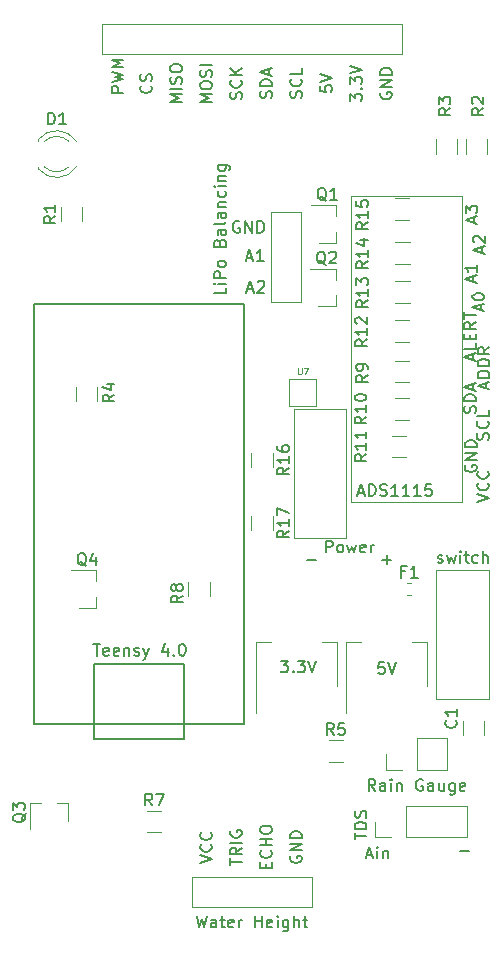
<source format=gbr>
%TF.GenerationSoftware,KiCad,Pcbnew,(5.1.6)-1*%
%TF.CreationDate,2021-01-10T13:28:57-05:00*%
%TF.ProjectId,main_board,6d61696e-5f62-46f6-9172-642e6b696361,rev?*%
%TF.SameCoordinates,Original*%
%TF.FileFunction,Legend,Top*%
%TF.FilePolarity,Positive*%
%FSLAX46Y46*%
G04 Gerber Fmt 4.6, Leading zero omitted, Abs format (unit mm)*
G04 Created by KiCad (PCBNEW (5.1.6)-1) date 2021-01-10 13:28:57*
%MOMM*%
%LPD*%
G01*
G04 APERTURE LIST*
%ADD10C,0.150000*%
%ADD11C,0.120000*%
%ADD12C,0.075000*%
G04 APERTURE END LIST*
D10*
X167219428Y-143168666D02*
X167695619Y-143168666D01*
X167124190Y-143454380D02*
X167457523Y-142454380D01*
X167790857Y-143454380D01*
X168124190Y-143454380D02*
X168124190Y-142787714D01*
X168124190Y-142454380D02*
X168076571Y-142502000D01*
X168124190Y-142549619D01*
X168171809Y-142502000D01*
X168124190Y-142454380D01*
X168124190Y-142549619D01*
X168600380Y-142787714D02*
X168600380Y-143454380D01*
X168600380Y-142882952D02*
X168648000Y-142835333D01*
X168743238Y-142787714D01*
X168886095Y-142787714D01*
X168981333Y-142835333D01*
X169028952Y-142930571D01*
X169028952Y-143454380D01*
X175894952Y-142819428D02*
X175133047Y-142819428D01*
D11*
%TO.C,LiPo Balancing*%
X159105600Y-88747600D02*
X159105600Y-96316800D01*
X161645600Y-96327600D02*
X159105600Y-96329500D01*
X161645600Y-88747600D02*
X161645600Y-96327600D01*
X161645600Y-88747600D02*
X159105600Y-88747600D01*
D10*
%TO.C,Teensy 4.0*%
X151765000Y-133350000D02*
X144145000Y-133350000D01*
X151765000Y-127000000D02*
X151765000Y-132080000D01*
X144145000Y-133350000D02*
X144145000Y-132080000D01*
X151765000Y-132080000D02*
X151765000Y-133350000D01*
X144145000Y-127000000D02*
X144145000Y-132080000D01*
X156845000Y-96520000D02*
X156845000Y-132080000D01*
X151765000Y-127000000D02*
X144145000Y-127000000D01*
X139065000Y-132080000D02*
X139065000Y-96520000D01*
X139065000Y-96520000D02*
X156845000Y-96520000D01*
X156845000Y-132080000D02*
X139065000Y-132080000D01*
D11*
%TO.C,Rain Gauge*%
X168850000Y-135950000D02*
X168850000Y-134620000D01*
X170180000Y-135950000D02*
X168850000Y-135950000D01*
X171450000Y-135950000D02*
X171450000Y-133290000D01*
X171450000Y-133290000D02*
X174050000Y-133290000D01*
X171450000Y-135950000D02*
X174050000Y-135950000D01*
X174050000Y-135950000D02*
X174050000Y-133290000D01*
%TO.C,ADS1115*%
X175260000Y-100330000D02*
X175260000Y-87376000D01*
X175260000Y-87376000D02*
X165862000Y-87376000D01*
X165862000Y-87376000D02*
X165862000Y-113284000D01*
X165862000Y-113284000D02*
X175260000Y-113284000D01*
X175260000Y-113284000D02*
X175260000Y-100330000D01*
%TO.C,C1*%
X175366000Y-131836536D02*
X175366000Y-133040664D01*
X177186000Y-131836536D02*
X177186000Y-133040664D01*
%TO.C,D1*%
X139410000Y-84900000D02*
X139410000Y-85056000D01*
X139410000Y-82584000D02*
X139410000Y-82740000D01*
X142642335Y-82741392D02*
G75*
G03*
X139410000Y-82584484I-1672335J-1078608D01*
G01*
X142642335Y-84898608D02*
G75*
G02*
X139410000Y-85055516I-1672335J1078608D01*
G01*
X142011130Y-82740163D02*
G75*
G03*
X139929039Y-82740000I-1041130J-1079837D01*
G01*
X142011130Y-84899837D02*
G75*
G02*
X139929039Y-84900000I-1041130J1079837D01*
G01*
%TO.C,F1*%
X170643733Y-121160000D02*
X170986267Y-121160000D01*
X170643733Y-120140000D02*
X170986267Y-120140000D01*
%TO.C,R1*%
X141330000Y-89502064D02*
X141330000Y-88297936D01*
X143150000Y-89502064D02*
X143150000Y-88297936D01*
%TO.C,R2*%
X175620000Y-83787064D02*
X175620000Y-82582936D01*
X177440000Y-83787064D02*
X177440000Y-82582936D01*
%TO.C,R3*%
X174900000Y-83787064D02*
X174900000Y-82582936D01*
X173080000Y-83787064D02*
X173080000Y-82582936D01*
%TO.C,R4*%
X144420000Y-104742064D02*
X144420000Y-103537936D01*
X142600000Y-104742064D02*
X142600000Y-103537936D01*
%TO.C,R5*%
X163989936Y-133456000D02*
X165194064Y-133456000D01*
X163989936Y-135276000D02*
X165194064Y-135276000D01*
%TO.C,R7*%
X148622936Y-139425000D02*
X149827064Y-139425000D01*
X148622936Y-141245000D02*
X149827064Y-141245000D01*
%TO.C,R8*%
X153945000Y-121252064D02*
X153945000Y-120047936D01*
X152125000Y-121252064D02*
X152125000Y-120047936D01*
%TO.C,switch*%
X173101000Y-129921000D02*
X177546000Y-129921000D01*
X173101000Y-118999000D02*
X177546000Y-118999000D01*
X177546000Y-129921000D02*
X177546000Y-118999000D01*
X173101000Y-129921000D02*
X173101000Y-118999000D01*
%TO.C,TDS*%
X167961000Y-141665000D02*
X167961000Y-140335000D01*
X169291000Y-141665000D02*
X167961000Y-141665000D01*
X170561000Y-141665000D02*
X170561000Y-139005000D01*
X170561000Y-139005000D02*
X175701000Y-139005000D01*
X170561000Y-141665000D02*
X175701000Y-141665000D01*
X175701000Y-141665000D02*
X175701000Y-139005000D01*
%TO.C,top_rail1*%
X144780000Y-75311000D02*
X147320000Y-75311000D01*
X144780000Y-72771000D02*
X144780000Y-75311000D01*
X147320000Y-72771000D02*
X144780000Y-72771000D01*
X147320000Y-75311000D02*
X170180000Y-75311000D01*
X170180000Y-75311000D02*
X170180000Y-72771000D01*
X170180000Y-72771000D02*
X147320000Y-72771000D01*
%TO.C,5V*%
X172320000Y-125090000D02*
X171060000Y-125090000D01*
X165500000Y-125090000D02*
X166760000Y-125090000D01*
X172320000Y-128850000D02*
X172320000Y-125090000D01*
X165500000Y-131100000D02*
X165500000Y-125090000D01*
%TO.C,3.3V*%
X164700000Y-125090000D02*
X163440000Y-125090000D01*
X157880000Y-125090000D02*
X159140000Y-125090000D01*
X164700000Y-128850000D02*
X164700000Y-125090000D01*
X157880000Y-131100000D02*
X157880000Y-125090000D01*
%TO.C,Water Height*%
X162560000Y-145034000D02*
X162560000Y-147574000D01*
X152400000Y-147574000D02*
X152400000Y-145034000D01*
X152400000Y-145034000D02*
X158750000Y-145034000D01*
X158750000Y-145034000D02*
X162560000Y-145034000D01*
X152400000Y-147574000D02*
X162560000Y-147574000D01*
%TO.C,R9*%
X170782064Y-101325000D02*
X169577936Y-101325000D01*
X170782064Y-103145000D02*
X169577936Y-103145000D01*
%TO.C,R10*%
X169577936Y-104500000D02*
X170782064Y-104500000D01*
X169577936Y-106320000D02*
X170782064Y-106320000D01*
%TO.C,R11*%
X169360436Y-109495000D02*
X170564564Y-109495000D01*
X169360436Y-107675000D02*
X170564564Y-107675000D01*
%TO.C,U7*%
X160925000Y-102870000D02*
X160675000Y-102870000D01*
X160675000Y-105120000D02*
X160925000Y-105120000D01*
X160675000Y-102870000D02*
X160675000Y-105120000D01*
X160925000Y-102870000D02*
X161925000Y-102870000D01*
X162925000Y-105120000D02*
X160925000Y-105120000D01*
X162925000Y-102870000D02*
X162925000Y-105120000D01*
X161925000Y-102870000D02*
X162925000Y-102870000D01*
%TO.C,R16*%
X157459000Y-109125936D02*
X157459000Y-110330064D01*
X159279000Y-109125936D02*
X159279000Y-110330064D01*
%TO.C,R17*%
X159279000Y-114459936D02*
X159279000Y-115664064D01*
X157459000Y-114459936D02*
X157459000Y-115664064D01*
%TO.C,switch2*%
X161036000Y-116332000D02*
X165481000Y-116332000D01*
X161036000Y-105410000D02*
X165481000Y-105410000D01*
X165481000Y-116332000D02*
X165481000Y-105410000D01*
X161036000Y-116332000D02*
X161036000Y-105410000D01*
%TO.C,Q1*%
X164653500Y-91305500D02*
X164653500Y-90375500D01*
X164653500Y-88145500D02*
X164653500Y-89075500D01*
X164653500Y-88145500D02*
X162493500Y-88145500D01*
X164653500Y-91305500D02*
X163193500Y-91305500D01*
%TO.C,Q2*%
X164590000Y-96703000D02*
X163130000Y-96703000D01*
X164590000Y-93543000D02*
X162430000Y-93543000D01*
X164590000Y-93543000D02*
X164590000Y-94473000D01*
X164590000Y-96703000D02*
X164590000Y-95773000D01*
%TO.C,R12*%
X169577936Y-99716000D02*
X170782064Y-99716000D01*
X169577936Y-97896000D02*
X170782064Y-97896000D01*
%TO.C,R13*%
X169641436Y-94594000D02*
X170845564Y-94594000D01*
X169641436Y-96414000D02*
X170845564Y-96414000D01*
%TO.C,R14*%
X170845564Y-93112000D02*
X169641436Y-93112000D01*
X170845564Y-91292000D02*
X169641436Y-91292000D01*
%TO.C,R15*%
X170782064Y-87545500D02*
X169577936Y-87545500D01*
X170782064Y-89365500D02*
X169577936Y-89365500D01*
%TO.C,Q3*%
X141889600Y-138787600D02*
X140959600Y-138787600D01*
X138729600Y-138787600D02*
X139659600Y-138787600D01*
X138729600Y-138787600D02*
X138729600Y-140947600D01*
X141889600Y-138787600D02*
X141889600Y-140247600D01*
%TO.C,Q4*%
X144320800Y-122230000D02*
X142860800Y-122230000D01*
X144320800Y-119070000D02*
X142160800Y-119070000D01*
X144320800Y-119070000D02*
X144320800Y-120000000D01*
X144320800Y-122230000D02*
X144320800Y-121300000D01*
%TO.C,LiPo Balancing*%
D10*
X155290780Y-95122380D02*
X155290780Y-95598571D01*
X154290780Y-95598571D01*
X155290780Y-94789047D02*
X154624114Y-94789047D01*
X154290780Y-94789047D02*
X154338400Y-94836666D01*
X154386019Y-94789047D01*
X154338400Y-94741428D01*
X154290780Y-94789047D01*
X154386019Y-94789047D01*
X155290780Y-94312857D02*
X154290780Y-94312857D01*
X154290780Y-93931904D01*
X154338400Y-93836666D01*
X154386019Y-93789047D01*
X154481257Y-93741428D01*
X154624114Y-93741428D01*
X154719352Y-93789047D01*
X154766971Y-93836666D01*
X154814590Y-93931904D01*
X154814590Y-94312857D01*
X155290780Y-93170000D02*
X155243161Y-93265238D01*
X155195542Y-93312857D01*
X155100304Y-93360476D01*
X154814590Y-93360476D01*
X154719352Y-93312857D01*
X154671733Y-93265238D01*
X154624114Y-93170000D01*
X154624114Y-93027142D01*
X154671733Y-92931904D01*
X154719352Y-92884285D01*
X154814590Y-92836666D01*
X155100304Y-92836666D01*
X155195542Y-92884285D01*
X155243161Y-92931904D01*
X155290780Y-93027142D01*
X155290780Y-93170000D01*
X154766971Y-91312857D02*
X154814590Y-91170000D01*
X154862209Y-91122380D01*
X154957447Y-91074761D01*
X155100304Y-91074761D01*
X155195542Y-91122380D01*
X155243161Y-91170000D01*
X155290780Y-91265238D01*
X155290780Y-91646190D01*
X154290780Y-91646190D01*
X154290780Y-91312857D01*
X154338400Y-91217619D01*
X154386019Y-91170000D01*
X154481257Y-91122380D01*
X154576495Y-91122380D01*
X154671733Y-91170000D01*
X154719352Y-91217619D01*
X154766971Y-91312857D01*
X154766971Y-91646190D01*
X155290780Y-90217619D02*
X154766971Y-90217619D01*
X154671733Y-90265238D01*
X154624114Y-90360476D01*
X154624114Y-90550952D01*
X154671733Y-90646190D01*
X155243161Y-90217619D02*
X155290780Y-90312857D01*
X155290780Y-90550952D01*
X155243161Y-90646190D01*
X155147923Y-90693809D01*
X155052685Y-90693809D01*
X154957447Y-90646190D01*
X154909828Y-90550952D01*
X154909828Y-90312857D01*
X154862209Y-90217619D01*
X155290780Y-89598571D02*
X155243161Y-89693809D01*
X155147923Y-89741428D01*
X154290780Y-89741428D01*
X155290780Y-88789047D02*
X154766971Y-88789047D01*
X154671733Y-88836666D01*
X154624114Y-88931904D01*
X154624114Y-89122380D01*
X154671733Y-89217619D01*
X155243161Y-88789047D02*
X155290780Y-88884285D01*
X155290780Y-89122380D01*
X155243161Y-89217619D01*
X155147923Y-89265238D01*
X155052685Y-89265238D01*
X154957447Y-89217619D01*
X154909828Y-89122380D01*
X154909828Y-88884285D01*
X154862209Y-88789047D01*
X154624114Y-88312857D02*
X155290780Y-88312857D01*
X154719352Y-88312857D02*
X154671733Y-88265238D01*
X154624114Y-88170000D01*
X154624114Y-88027142D01*
X154671733Y-87931904D01*
X154766971Y-87884285D01*
X155290780Y-87884285D01*
X155243161Y-86979523D02*
X155290780Y-87074761D01*
X155290780Y-87265238D01*
X155243161Y-87360476D01*
X155195542Y-87408095D01*
X155100304Y-87455714D01*
X154814590Y-87455714D01*
X154719352Y-87408095D01*
X154671733Y-87360476D01*
X154624114Y-87265238D01*
X154624114Y-87074761D01*
X154671733Y-86979523D01*
X155290780Y-86550952D02*
X154624114Y-86550952D01*
X154290780Y-86550952D02*
X154338400Y-86598571D01*
X154386019Y-86550952D01*
X154338400Y-86503333D01*
X154290780Y-86550952D01*
X154386019Y-86550952D01*
X154624114Y-86074761D02*
X155290780Y-86074761D01*
X154719352Y-86074761D02*
X154671733Y-86027142D01*
X154624114Y-85931904D01*
X154624114Y-85789047D01*
X154671733Y-85693809D01*
X154766971Y-85646190D01*
X155290780Y-85646190D01*
X154624114Y-84741428D02*
X155433638Y-84741428D01*
X155528876Y-84789047D01*
X155576495Y-84836666D01*
X155624114Y-84931904D01*
X155624114Y-85074761D01*
X155576495Y-85170000D01*
X155243161Y-84741428D02*
X155290780Y-84836666D01*
X155290780Y-85027142D01*
X155243161Y-85122380D01*
X155195542Y-85170000D01*
X155100304Y-85217619D01*
X154814590Y-85217619D01*
X154719352Y-85170000D01*
X154671733Y-85122380D01*
X154624114Y-85027142D01*
X154624114Y-84836666D01*
X154671733Y-84741428D01*
X157121314Y-95264266D02*
X157597504Y-95264266D01*
X157026076Y-95549980D02*
X157359409Y-94549980D01*
X157692742Y-95549980D01*
X157978457Y-94645219D02*
X158026076Y-94597600D01*
X158121314Y-94549980D01*
X158359409Y-94549980D01*
X158454647Y-94597600D01*
X158502266Y-94645219D01*
X158549885Y-94740457D01*
X158549885Y-94835695D01*
X158502266Y-94978552D01*
X157930838Y-95549980D01*
X158549885Y-95549980D01*
X157057814Y-92597266D02*
X157534004Y-92597266D01*
X156962576Y-92882980D02*
X157295909Y-91882980D01*
X157629242Y-92882980D01*
X158486385Y-92882980D02*
X157914957Y-92882980D01*
X158200671Y-92882980D02*
X158200671Y-91882980D01*
X158105433Y-92025838D01*
X158010195Y-92121076D01*
X157914957Y-92168695D01*
X156438695Y-89517600D02*
X156343457Y-89469980D01*
X156200600Y-89469980D01*
X156057742Y-89517600D01*
X155962504Y-89612838D01*
X155914885Y-89708076D01*
X155867266Y-89898552D01*
X155867266Y-90041409D01*
X155914885Y-90231885D01*
X155962504Y-90327123D01*
X156057742Y-90422361D01*
X156200600Y-90469980D01*
X156295838Y-90469980D01*
X156438695Y-90422361D01*
X156486314Y-90374742D01*
X156486314Y-90041409D01*
X156295838Y-90041409D01*
X156914885Y-90469980D02*
X156914885Y-89469980D01*
X157486314Y-90469980D01*
X157486314Y-89469980D01*
X157962504Y-90469980D02*
X157962504Y-89469980D01*
X158200600Y-89469980D01*
X158343457Y-89517600D01*
X158438695Y-89612838D01*
X158486314Y-89708076D01*
X158533933Y-89898552D01*
X158533933Y-90041409D01*
X158486314Y-90231885D01*
X158438695Y-90327123D01*
X158343457Y-90422361D01*
X158200600Y-90469980D01*
X157962504Y-90469980D01*
%TO.C,Teensy 4.0*%
X144078819Y-125283980D02*
X144650247Y-125283980D01*
X144364533Y-126283980D02*
X144364533Y-125283980D01*
X145364533Y-126236361D02*
X145269295Y-126283980D01*
X145078819Y-126283980D01*
X144983580Y-126236361D01*
X144935961Y-126141123D01*
X144935961Y-125760171D01*
X144983580Y-125664933D01*
X145078819Y-125617314D01*
X145269295Y-125617314D01*
X145364533Y-125664933D01*
X145412152Y-125760171D01*
X145412152Y-125855409D01*
X144935961Y-125950647D01*
X146221676Y-126236361D02*
X146126438Y-126283980D01*
X145935961Y-126283980D01*
X145840723Y-126236361D01*
X145793104Y-126141123D01*
X145793104Y-125760171D01*
X145840723Y-125664933D01*
X145935961Y-125617314D01*
X146126438Y-125617314D01*
X146221676Y-125664933D01*
X146269295Y-125760171D01*
X146269295Y-125855409D01*
X145793104Y-125950647D01*
X146697866Y-125617314D02*
X146697866Y-126283980D01*
X146697866Y-125712552D02*
X146745485Y-125664933D01*
X146840723Y-125617314D01*
X146983580Y-125617314D01*
X147078819Y-125664933D01*
X147126438Y-125760171D01*
X147126438Y-126283980D01*
X147555009Y-126236361D02*
X147650247Y-126283980D01*
X147840723Y-126283980D01*
X147935961Y-126236361D01*
X147983580Y-126141123D01*
X147983580Y-126093504D01*
X147935961Y-125998266D01*
X147840723Y-125950647D01*
X147697866Y-125950647D01*
X147602628Y-125903028D01*
X147555009Y-125807790D01*
X147555009Y-125760171D01*
X147602628Y-125664933D01*
X147697866Y-125617314D01*
X147840723Y-125617314D01*
X147935961Y-125664933D01*
X148316914Y-125617314D02*
X148555009Y-126283980D01*
X148793104Y-125617314D02*
X148555009Y-126283980D01*
X148459771Y-126522076D01*
X148412152Y-126569695D01*
X148316914Y-126617314D01*
X150364533Y-125617314D02*
X150364533Y-126283980D01*
X150126438Y-125236361D02*
X149888342Y-125950647D01*
X150507390Y-125950647D01*
X150888342Y-126188742D02*
X150935961Y-126236361D01*
X150888342Y-126283980D01*
X150840723Y-126236361D01*
X150888342Y-126188742D01*
X150888342Y-126283980D01*
X151555009Y-125283980D02*
X151650247Y-125283980D01*
X151745485Y-125331600D01*
X151793104Y-125379219D01*
X151840723Y-125474457D01*
X151888342Y-125664933D01*
X151888342Y-125903028D01*
X151840723Y-126093504D01*
X151793104Y-126188742D01*
X151745485Y-126236361D01*
X151650247Y-126283980D01*
X151555009Y-126283980D01*
X151459771Y-126236361D01*
X151412152Y-126188742D01*
X151364533Y-126093504D01*
X151316914Y-125903028D01*
X151316914Y-125664933D01*
X151364533Y-125474457D01*
X151412152Y-125379219D01*
X151459771Y-125331600D01*
X151555009Y-125283980D01*
%TO.C,Rain Gauge*%
X167950000Y-137739380D02*
X167616666Y-137263190D01*
X167378571Y-137739380D02*
X167378571Y-136739380D01*
X167759523Y-136739380D01*
X167854761Y-136787000D01*
X167902380Y-136834619D01*
X167950000Y-136929857D01*
X167950000Y-137072714D01*
X167902380Y-137167952D01*
X167854761Y-137215571D01*
X167759523Y-137263190D01*
X167378571Y-137263190D01*
X168807142Y-137739380D02*
X168807142Y-137215571D01*
X168759523Y-137120333D01*
X168664285Y-137072714D01*
X168473809Y-137072714D01*
X168378571Y-137120333D01*
X168807142Y-137691761D02*
X168711904Y-137739380D01*
X168473809Y-137739380D01*
X168378571Y-137691761D01*
X168330952Y-137596523D01*
X168330952Y-137501285D01*
X168378571Y-137406047D01*
X168473809Y-137358428D01*
X168711904Y-137358428D01*
X168807142Y-137310809D01*
X169283333Y-137739380D02*
X169283333Y-137072714D01*
X169283333Y-136739380D02*
X169235714Y-136787000D01*
X169283333Y-136834619D01*
X169330952Y-136787000D01*
X169283333Y-136739380D01*
X169283333Y-136834619D01*
X169759523Y-137072714D02*
X169759523Y-137739380D01*
X169759523Y-137167952D02*
X169807142Y-137120333D01*
X169902380Y-137072714D01*
X170045238Y-137072714D01*
X170140476Y-137120333D01*
X170188095Y-137215571D01*
X170188095Y-137739380D01*
X171950000Y-136787000D02*
X171854761Y-136739380D01*
X171711904Y-136739380D01*
X171569047Y-136787000D01*
X171473809Y-136882238D01*
X171426190Y-136977476D01*
X171378571Y-137167952D01*
X171378571Y-137310809D01*
X171426190Y-137501285D01*
X171473809Y-137596523D01*
X171569047Y-137691761D01*
X171711904Y-137739380D01*
X171807142Y-137739380D01*
X171950000Y-137691761D01*
X171997619Y-137644142D01*
X171997619Y-137310809D01*
X171807142Y-137310809D01*
X172854761Y-137739380D02*
X172854761Y-137215571D01*
X172807142Y-137120333D01*
X172711904Y-137072714D01*
X172521428Y-137072714D01*
X172426190Y-137120333D01*
X172854761Y-137691761D02*
X172759523Y-137739380D01*
X172521428Y-137739380D01*
X172426190Y-137691761D01*
X172378571Y-137596523D01*
X172378571Y-137501285D01*
X172426190Y-137406047D01*
X172521428Y-137358428D01*
X172759523Y-137358428D01*
X172854761Y-137310809D01*
X173759523Y-137072714D02*
X173759523Y-137739380D01*
X173330952Y-137072714D02*
X173330952Y-137596523D01*
X173378571Y-137691761D01*
X173473809Y-137739380D01*
X173616666Y-137739380D01*
X173711904Y-137691761D01*
X173759523Y-137644142D01*
X174664285Y-137072714D02*
X174664285Y-137882238D01*
X174616666Y-137977476D01*
X174569047Y-138025095D01*
X174473809Y-138072714D01*
X174330952Y-138072714D01*
X174235714Y-138025095D01*
X174664285Y-137691761D02*
X174569047Y-137739380D01*
X174378571Y-137739380D01*
X174283333Y-137691761D01*
X174235714Y-137644142D01*
X174188095Y-137548904D01*
X174188095Y-137263190D01*
X174235714Y-137167952D01*
X174283333Y-137120333D01*
X174378571Y-137072714D01*
X174569047Y-137072714D01*
X174664285Y-137120333D01*
X175521428Y-137691761D02*
X175426190Y-137739380D01*
X175235714Y-137739380D01*
X175140476Y-137691761D01*
X175092857Y-137596523D01*
X175092857Y-137215571D01*
X175140476Y-137120333D01*
X175235714Y-137072714D01*
X175426190Y-137072714D01*
X175521428Y-137120333D01*
X175569047Y-137215571D01*
X175569047Y-137310809D01*
X175092857Y-137406047D01*
%TO.C,ADS1115*%
X166502152Y-112485466D02*
X166978342Y-112485466D01*
X166406914Y-112771180D02*
X166740247Y-111771180D01*
X167073580Y-112771180D01*
X167406914Y-112771180D02*
X167406914Y-111771180D01*
X167645009Y-111771180D01*
X167787866Y-111818800D01*
X167883104Y-111914038D01*
X167930723Y-112009276D01*
X167978342Y-112199752D01*
X167978342Y-112342609D01*
X167930723Y-112533085D01*
X167883104Y-112628323D01*
X167787866Y-112723561D01*
X167645009Y-112771180D01*
X167406914Y-112771180D01*
X168359295Y-112723561D02*
X168502152Y-112771180D01*
X168740247Y-112771180D01*
X168835485Y-112723561D01*
X168883104Y-112675942D01*
X168930723Y-112580704D01*
X168930723Y-112485466D01*
X168883104Y-112390228D01*
X168835485Y-112342609D01*
X168740247Y-112294990D01*
X168549771Y-112247371D01*
X168454533Y-112199752D01*
X168406914Y-112152133D01*
X168359295Y-112056895D01*
X168359295Y-111961657D01*
X168406914Y-111866419D01*
X168454533Y-111818800D01*
X168549771Y-111771180D01*
X168787866Y-111771180D01*
X168930723Y-111818800D01*
X169883104Y-112771180D02*
X169311676Y-112771180D01*
X169597390Y-112771180D02*
X169597390Y-111771180D01*
X169502152Y-111914038D01*
X169406914Y-112009276D01*
X169311676Y-112056895D01*
X170835485Y-112771180D02*
X170264057Y-112771180D01*
X170549771Y-112771180D02*
X170549771Y-111771180D01*
X170454533Y-111914038D01*
X170359295Y-112009276D01*
X170264057Y-112056895D01*
X171787866Y-112771180D02*
X171216438Y-112771180D01*
X171502152Y-112771180D02*
X171502152Y-111771180D01*
X171406914Y-111914038D01*
X171311676Y-112009276D01*
X171216438Y-112056895D01*
X172692628Y-111771180D02*
X172216438Y-111771180D01*
X172168819Y-112247371D01*
X172216438Y-112199752D01*
X172311676Y-112152133D01*
X172549771Y-112152133D01*
X172645009Y-112199752D01*
X172692628Y-112247371D01*
X172740247Y-112342609D01*
X172740247Y-112580704D01*
X172692628Y-112675942D01*
X172645009Y-112723561D01*
X172549771Y-112771180D01*
X172311676Y-112771180D01*
X172216438Y-112723561D01*
X172168819Y-112675942D01*
X176315666Y-89614285D02*
X176315666Y-89138095D01*
X176601380Y-89709523D02*
X175601380Y-89376190D01*
X176601380Y-89042857D01*
X175601380Y-88804761D02*
X175601380Y-88185714D01*
X175982333Y-88519047D01*
X175982333Y-88376190D01*
X176029952Y-88280952D01*
X176077571Y-88233333D01*
X176172809Y-88185714D01*
X176410904Y-88185714D01*
X176506142Y-88233333D01*
X176553761Y-88280952D01*
X176601380Y-88376190D01*
X176601380Y-88661904D01*
X176553761Y-88757142D01*
X176506142Y-88804761D01*
X176950666Y-92154285D02*
X176950666Y-91678095D01*
X177236380Y-92249523D02*
X176236380Y-91916190D01*
X177236380Y-91582857D01*
X176331619Y-91297142D02*
X176284000Y-91249523D01*
X176236380Y-91154285D01*
X176236380Y-90916190D01*
X176284000Y-90820952D01*
X176331619Y-90773333D01*
X176426857Y-90725714D01*
X176522095Y-90725714D01*
X176664952Y-90773333D01*
X177236380Y-91344761D01*
X177236380Y-90725714D01*
X176252166Y-94630785D02*
X176252166Y-94154595D01*
X176537880Y-94726023D02*
X175537880Y-94392690D01*
X176537880Y-94059357D01*
X176537880Y-93202214D02*
X176537880Y-93773642D01*
X176537880Y-93487928D02*
X175537880Y-93487928D01*
X175680738Y-93583166D01*
X175775976Y-93678404D01*
X175823595Y-93773642D01*
X176887166Y-97043785D02*
X176887166Y-96567595D01*
X177172880Y-97139023D02*
X176172880Y-96805690D01*
X177172880Y-96472357D01*
X176172880Y-95948547D02*
X176172880Y-95853309D01*
X176220500Y-95758071D01*
X176268119Y-95710452D01*
X176363357Y-95662833D01*
X176553833Y-95615214D01*
X176791928Y-95615214D01*
X176982404Y-95662833D01*
X177077642Y-95710452D01*
X177125261Y-95758071D01*
X177172880Y-95853309D01*
X177172880Y-95948547D01*
X177125261Y-96043785D01*
X177077642Y-96091404D01*
X176982404Y-96139023D01*
X176791928Y-96186642D01*
X176553833Y-96186642D01*
X176363357Y-96139023D01*
X176268119Y-96091404D01*
X176220500Y-96043785D01*
X176172880Y-95948547D01*
X176188666Y-101226690D02*
X176188666Y-100750500D01*
X176474380Y-101321928D02*
X175474380Y-100988595D01*
X176474380Y-100655261D01*
X176474380Y-99845738D02*
X176474380Y-100321928D01*
X175474380Y-100321928D01*
X175950571Y-99512404D02*
X175950571Y-99179071D01*
X176474380Y-99036214D02*
X176474380Y-99512404D01*
X175474380Y-99512404D01*
X175474380Y-99036214D01*
X176474380Y-98036214D02*
X175998190Y-98369547D01*
X176474380Y-98607642D02*
X175474380Y-98607642D01*
X175474380Y-98226690D01*
X175522000Y-98131452D01*
X175569619Y-98083833D01*
X175664857Y-98036214D01*
X175807714Y-98036214D01*
X175902952Y-98083833D01*
X175950571Y-98131452D01*
X175998190Y-98226690D01*
X175998190Y-98607642D01*
X175474380Y-97750500D02*
X175474380Y-97179071D01*
X176474380Y-97464785D02*
X175474380Y-97464785D01*
X177331666Y-103655595D02*
X177331666Y-103179404D01*
X177617380Y-103750833D02*
X176617380Y-103417500D01*
X177617380Y-103084166D01*
X177617380Y-102750833D02*
X176617380Y-102750833D01*
X176617380Y-102512738D01*
X176665000Y-102369880D01*
X176760238Y-102274642D01*
X176855476Y-102227023D01*
X177045952Y-102179404D01*
X177188809Y-102179404D01*
X177379285Y-102227023D01*
X177474523Y-102274642D01*
X177569761Y-102369880D01*
X177617380Y-102512738D01*
X177617380Y-102750833D01*
X177617380Y-101750833D02*
X176617380Y-101750833D01*
X176617380Y-101512738D01*
X176665000Y-101369880D01*
X176760238Y-101274642D01*
X176855476Y-101227023D01*
X177045952Y-101179404D01*
X177188809Y-101179404D01*
X177379285Y-101227023D01*
X177474523Y-101274642D01*
X177569761Y-101369880D01*
X177617380Y-101512738D01*
X177617380Y-101750833D01*
X177617380Y-100179404D02*
X177141190Y-100512738D01*
X177617380Y-100750833D02*
X176617380Y-100750833D01*
X176617380Y-100369880D01*
X176665000Y-100274642D01*
X176712619Y-100227023D01*
X176807857Y-100179404D01*
X176950714Y-100179404D01*
X177045952Y-100227023D01*
X177093571Y-100274642D01*
X177141190Y-100369880D01*
X177141190Y-100750833D01*
X176426761Y-105735285D02*
X176474380Y-105592428D01*
X176474380Y-105354333D01*
X176426761Y-105259095D01*
X176379142Y-105211476D01*
X176283904Y-105163857D01*
X176188666Y-105163857D01*
X176093428Y-105211476D01*
X176045809Y-105259095D01*
X175998190Y-105354333D01*
X175950571Y-105544809D01*
X175902952Y-105640047D01*
X175855333Y-105687666D01*
X175760095Y-105735285D01*
X175664857Y-105735285D01*
X175569619Y-105687666D01*
X175522000Y-105640047D01*
X175474380Y-105544809D01*
X175474380Y-105306714D01*
X175522000Y-105163857D01*
X176474380Y-104735285D02*
X175474380Y-104735285D01*
X175474380Y-104497190D01*
X175522000Y-104354333D01*
X175617238Y-104259095D01*
X175712476Y-104211476D01*
X175902952Y-104163857D01*
X176045809Y-104163857D01*
X176236285Y-104211476D01*
X176331523Y-104259095D01*
X176426761Y-104354333D01*
X176474380Y-104497190D01*
X176474380Y-104735285D01*
X176188666Y-103782904D02*
X176188666Y-103306714D01*
X176474380Y-103878142D02*
X175474380Y-103544809D01*
X176474380Y-103211476D01*
X177506261Y-107997476D02*
X177553880Y-107854619D01*
X177553880Y-107616523D01*
X177506261Y-107521285D01*
X177458642Y-107473666D01*
X177363404Y-107426047D01*
X177268166Y-107426047D01*
X177172928Y-107473666D01*
X177125309Y-107521285D01*
X177077690Y-107616523D01*
X177030071Y-107807000D01*
X176982452Y-107902238D01*
X176934833Y-107949857D01*
X176839595Y-107997476D01*
X176744357Y-107997476D01*
X176649119Y-107949857D01*
X176601500Y-107902238D01*
X176553880Y-107807000D01*
X176553880Y-107568904D01*
X176601500Y-107426047D01*
X177458642Y-106426047D02*
X177506261Y-106473666D01*
X177553880Y-106616523D01*
X177553880Y-106711761D01*
X177506261Y-106854619D01*
X177411023Y-106949857D01*
X177315785Y-106997476D01*
X177125309Y-107045095D01*
X176982452Y-107045095D01*
X176791976Y-106997476D01*
X176696738Y-106949857D01*
X176601500Y-106854619D01*
X176553880Y-106711761D01*
X176553880Y-106616523D01*
X176601500Y-106473666D01*
X176649119Y-106426047D01*
X177553880Y-105521285D02*
X177553880Y-105997476D01*
X176553880Y-105997476D01*
X175572800Y-110159704D02*
X175525180Y-110254942D01*
X175525180Y-110397800D01*
X175572800Y-110540657D01*
X175668038Y-110635895D01*
X175763276Y-110683514D01*
X175953752Y-110731133D01*
X176096609Y-110731133D01*
X176287085Y-110683514D01*
X176382323Y-110635895D01*
X176477561Y-110540657D01*
X176525180Y-110397800D01*
X176525180Y-110302561D01*
X176477561Y-110159704D01*
X176429942Y-110112085D01*
X176096609Y-110112085D01*
X176096609Y-110302561D01*
X176525180Y-109683514D02*
X175525180Y-109683514D01*
X176525180Y-109112085D01*
X175525180Y-109112085D01*
X176525180Y-108635895D02*
X175525180Y-108635895D01*
X175525180Y-108397800D01*
X175572800Y-108254942D01*
X175668038Y-108159704D01*
X175763276Y-108112085D01*
X175953752Y-108064466D01*
X176096609Y-108064466D01*
X176287085Y-108112085D01*
X176382323Y-108159704D01*
X176477561Y-108254942D01*
X176525180Y-108397800D01*
X176525180Y-108635895D01*
X176566580Y-113245733D02*
X177566580Y-112912400D01*
X176566580Y-112579066D01*
X177471342Y-111674304D02*
X177518961Y-111721923D01*
X177566580Y-111864780D01*
X177566580Y-111960019D01*
X177518961Y-112102876D01*
X177423723Y-112198114D01*
X177328485Y-112245733D01*
X177138009Y-112293352D01*
X176995152Y-112293352D01*
X176804676Y-112245733D01*
X176709438Y-112198114D01*
X176614200Y-112102876D01*
X176566580Y-111960019D01*
X176566580Y-111864780D01*
X176614200Y-111721923D01*
X176661819Y-111674304D01*
X177471342Y-110674304D02*
X177518961Y-110721923D01*
X177566580Y-110864780D01*
X177566580Y-110960019D01*
X177518961Y-111102876D01*
X177423723Y-111198114D01*
X177328485Y-111245733D01*
X177138009Y-111293352D01*
X176995152Y-111293352D01*
X176804676Y-111245733D01*
X176709438Y-111198114D01*
X176614200Y-111102876D01*
X176566580Y-110960019D01*
X176566580Y-110864780D01*
X176614200Y-110721923D01*
X176661819Y-110674304D01*
%TO.C,C1*%
X174753542Y-131764066D02*
X174801161Y-131811685D01*
X174848780Y-131954542D01*
X174848780Y-132049780D01*
X174801161Y-132192638D01*
X174705923Y-132287876D01*
X174610685Y-132335495D01*
X174420209Y-132383114D01*
X174277352Y-132383114D01*
X174086876Y-132335495D01*
X173991638Y-132287876D01*
X173896400Y-132192638D01*
X173848780Y-132049780D01*
X173848780Y-131954542D01*
X173896400Y-131811685D01*
X173944019Y-131764066D01*
X174848780Y-130811685D02*
X174848780Y-131383114D01*
X174848780Y-131097400D02*
X173848780Y-131097400D01*
X173991638Y-131192638D01*
X174086876Y-131287876D01*
X174134495Y-131383114D01*
%TO.C,D1*%
X140231904Y-81312380D02*
X140231904Y-80312380D01*
X140470000Y-80312380D01*
X140612857Y-80360000D01*
X140708095Y-80455238D01*
X140755714Y-80550476D01*
X140803333Y-80740952D01*
X140803333Y-80883809D01*
X140755714Y-81074285D01*
X140708095Y-81169523D01*
X140612857Y-81264761D01*
X140470000Y-81312380D01*
X140231904Y-81312380D01*
X141755714Y-81312380D02*
X141184285Y-81312380D01*
X141470000Y-81312380D02*
X141470000Y-80312380D01*
X141374761Y-80455238D01*
X141279523Y-80550476D01*
X141184285Y-80598095D01*
%TO.C,F1*%
X170481666Y-119148571D02*
X170148333Y-119148571D01*
X170148333Y-119672380D02*
X170148333Y-118672380D01*
X170624523Y-118672380D01*
X171529285Y-119672380D02*
X170957857Y-119672380D01*
X171243571Y-119672380D02*
X171243571Y-118672380D01*
X171148333Y-118815238D01*
X171053095Y-118910476D01*
X170957857Y-118958095D01*
%TO.C,Power*%
X163758809Y-117546380D02*
X163758809Y-116546380D01*
X164139761Y-116546380D01*
X164235000Y-116594000D01*
X164282619Y-116641619D01*
X164330238Y-116736857D01*
X164330238Y-116879714D01*
X164282619Y-116974952D01*
X164235000Y-117022571D01*
X164139761Y-117070190D01*
X163758809Y-117070190D01*
X164901666Y-117546380D02*
X164806428Y-117498761D01*
X164758809Y-117451142D01*
X164711190Y-117355904D01*
X164711190Y-117070190D01*
X164758809Y-116974952D01*
X164806428Y-116927333D01*
X164901666Y-116879714D01*
X165044523Y-116879714D01*
X165139761Y-116927333D01*
X165187380Y-116974952D01*
X165235000Y-117070190D01*
X165235000Y-117355904D01*
X165187380Y-117451142D01*
X165139761Y-117498761D01*
X165044523Y-117546380D01*
X164901666Y-117546380D01*
X165568333Y-116879714D02*
X165758809Y-117546380D01*
X165949285Y-117070190D01*
X166139761Y-117546380D01*
X166330238Y-116879714D01*
X167092142Y-117498761D02*
X166996904Y-117546380D01*
X166806428Y-117546380D01*
X166711190Y-117498761D01*
X166663571Y-117403523D01*
X166663571Y-117022571D01*
X166711190Y-116927333D01*
X166806428Y-116879714D01*
X166996904Y-116879714D01*
X167092142Y-116927333D01*
X167139761Y-117022571D01*
X167139761Y-117117809D01*
X166663571Y-117213047D01*
X167568333Y-117546380D02*
X167568333Y-116879714D01*
X167568333Y-117070190D02*
X167615952Y-116974952D01*
X167663571Y-116927333D01*
X167758809Y-116879714D01*
X167854047Y-116879714D01*
X168529047Y-118181428D02*
X169290952Y-118181428D01*
X168910000Y-118562380D02*
X168910000Y-117800476D01*
X162179047Y-118181428D02*
X162940952Y-118181428D01*
%TO.C,R1*%
X140872380Y-89066666D02*
X140396190Y-89400000D01*
X140872380Y-89638095D02*
X139872380Y-89638095D01*
X139872380Y-89257142D01*
X139920000Y-89161904D01*
X139967619Y-89114285D01*
X140062857Y-89066666D01*
X140205714Y-89066666D01*
X140300952Y-89114285D01*
X140348571Y-89161904D01*
X140396190Y-89257142D01*
X140396190Y-89638095D01*
X140872380Y-88114285D02*
X140872380Y-88685714D01*
X140872380Y-88400000D02*
X139872380Y-88400000D01*
X140015238Y-88495238D01*
X140110476Y-88590476D01*
X140158095Y-88685714D01*
%TO.C,R2*%
X177109380Y-79922666D02*
X176633190Y-80256000D01*
X177109380Y-80494095D02*
X176109380Y-80494095D01*
X176109380Y-80113142D01*
X176157000Y-80017904D01*
X176204619Y-79970285D01*
X176299857Y-79922666D01*
X176442714Y-79922666D01*
X176537952Y-79970285D01*
X176585571Y-80017904D01*
X176633190Y-80113142D01*
X176633190Y-80494095D01*
X176204619Y-79541714D02*
X176157000Y-79494095D01*
X176109380Y-79398857D01*
X176109380Y-79160761D01*
X176157000Y-79065523D01*
X176204619Y-79017904D01*
X176299857Y-78970285D01*
X176395095Y-78970285D01*
X176537952Y-79017904D01*
X177109380Y-79589333D01*
X177109380Y-78970285D01*
%TO.C,R3*%
X174315380Y-79922666D02*
X173839190Y-80256000D01*
X174315380Y-80494095D02*
X173315380Y-80494095D01*
X173315380Y-80113142D01*
X173363000Y-80017904D01*
X173410619Y-79970285D01*
X173505857Y-79922666D01*
X173648714Y-79922666D01*
X173743952Y-79970285D01*
X173791571Y-80017904D01*
X173839190Y-80113142D01*
X173839190Y-80494095D01*
X173315380Y-79589333D02*
X173315380Y-78970285D01*
X173696333Y-79303619D01*
X173696333Y-79160761D01*
X173743952Y-79065523D01*
X173791571Y-79017904D01*
X173886809Y-78970285D01*
X174124904Y-78970285D01*
X174220142Y-79017904D01*
X174267761Y-79065523D01*
X174315380Y-79160761D01*
X174315380Y-79446476D01*
X174267761Y-79541714D01*
X174220142Y-79589333D01*
%TO.C,R4*%
X145867380Y-104179666D02*
X145391190Y-104513000D01*
X145867380Y-104751095D02*
X144867380Y-104751095D01*
X144867380Y-104370142D01*
X144915000Y-104274904D01*
X144962619Y-104227285D01*
X145057857Y-104179666D01*
X145200714Y-104179666D01*
X145295952Y-104227285D01*
X145343571Y-104274904D01*
X145391190Y-104370142D01*
X145391190Y-104751095D01*
X145200714Y-103322523D02*
X145867380Y-103322523D01*
X144819761Y-103560619D02*
X145534047Y-103798714D01*
X145534047Y-103179666D01*
%TO.C,R5*%
X164425333Y-132998380D02*
X164092000Y-132522190D01*
X163853904Y-132998380D02*
X163853904Y-131998380D01*
X164234857Y-131998380D01*
X164330095Y-132046000D01*
X164377714Y-132093619D01*
X164425333Y-132188857D01*
X164425333Y-132331714D01*
X164377714Y-132426952D01*
X164330095Y-132474571D01*
X164234857Y-132522190D01*
X163853904Y-132522190D01*
X165330095Y-131998380D02*
X164853904Y-131998380D01*
X164806285Y-132474571D01*
X164853904Y-132426952D01*
X164949142Y-132379333D01*
X165187238Y-132379333D01*
X165282476Y-132426952D01*
X165330095Y-132474571D01*
X165377714Y-132569809D01*
X165377714Y-132807904D01*
X165330095Y-132903142D01*
X165282476Y-132950761D01*
X165187238Y-132998380D01*
X164949142Y-132998380D01*
X164853904Y-132950761D01*
X164806285Y-132903142D01*
%TO.C,R7*%
X149058333Y-138967380D02*
X148725000Y-138491190D01*
X148486904Y-138967380D02*
X148486904Y-137967380D01*
X148867857Y-137967380D01*
X148963095Y-138015000D01*
X149010714Y-138062619D01*
X149058333Y-138157857D01*
X149058333Y-138300714D01*
X149010714Y-138395952D01*
X148963095Y-138443571D01*
X148867857Y-138491190D01*
X148486904Y-138491190D01*
X149391666Y-137967380D02*
X150058333Y-137967380D01*
X149629761Y-138967380D01*
%TO.C,R8*%
X151667380Y-121197666D02*
X151191190Y-121531000D01*
X151667380Y-121769095D02*
X150667380Y-121769095D01*
X150667380Y-121388142D01*
X150715000Y-121292904D01*
X150762619Y-121245285D01*
X150857857Y-121197666D01*
X151000714Y-121197666D01*
X151095952Y-121245285D01*
X151143571Y-121292904D01*
X151191190Y-121388142D01*
X151191190Y-121769095D01*
X151095952Y-120626238D02*
X151048333Y-120721476D01*
X151000714Y-120769095D01*
X150905476Y-120816714D01*
X150857857Y-120816714D01*
X150762619Y-120769095D01*
X150715000Y-120721476D01*
X150667380Y-120626238D01*
X150667380Y-120435761D01*
X150715000Y-120340523D01*
X150762619Y-120292904D01*
X150857857Y-120245285D01*
X150905476Y-120245285D01*
X151000714Y-120292904D01*
X151048333Y-120340523D01*
X151095952Y-120435761D01*
X151095952Y-120626238D01*
X151143571Y-120721476D01*
X151191190Y-120769095D01*
X151286428Y-120816714D01*
X151476904Y-120816714D01*
X151572142Y-120769095D01*
X151619761Y-120721476D01*
X151667380Y-120626238D01*
X151667380Y-120435761D01*
X151619761Y-120340523D01*
X151572142Y-120292904D01*
X151476904Y-120245285D01*
X151286428Y-120245285D01*
X151191190Y-120292904D01*
X151143571Y-120340523D01*
X151095952Y-120435761D01*
%TO.C,switch*%
X173244142Y-118387761D02*
X173339380Y-118435380D01*
X173529857Y-118435380D01*
X173625095Y-118387761D01*
X173672714Y-118292523D01*
X173672714Y-118244904D01*
X173625095Y-118149666D01*
X173529857Y-118102047D01*
X173387000Y-118102047D01*
X173291761Y-118054428D01*
X173244142Y-117959190D01*
X173244142Y-117911571D01*
X173291761Y-117816333D01*
X173387000Y-117768714D01*
X173529857Y-117768714D01*
X173625095Y-117816333D01*
X174006047Y-117768714D02*
X174196523Y-118435380D01*
X174387000Y-117959190D01*
X174577476Y-118435380D01*
X174767952Y-117768714D01*
X175148904Y-118435380D02*
X175148904Y-117768714D01*
X175148904Y-117435380D02*
X175101285Y-117483000D01*
X175148904Y-117530619D01*
X175196523Y-117483000D01*
X175148904Y-117435380D01*
X175148904Y-117530619D01*
X175482238Y-117768714D02*
X175863190Y-117768714D01*
X175625095Y-117435380D02*
X175625095Y-118292523D01*
X175672714Y-118387761D01*
X175767952Y-118435380D01*
X175863190Y-118435380D01*
X176625095Y-118387761D02*
X176529857Y-118435380D01*
X176339380Y-118435380D01*
X176244142Y-118387761D01*
X176196523Y-118340142D01*
X176148904Y-118244904D01*
X176148904Y-117959190D01*
X176196523Y-117863952D01*
X176244142Y-117816333D01*
X176339380Y-117768714D01*
X176529857Y-117768714D01*
X176625095Y-117816333D01*
X177053666Y-118435380D02*
X177053666Y-117435380D01*
X177482238Y-118435380D02*
X177482238Y-117911571D01*
X177434619Y-117816333D01*
X177339380Y-117768714D01*
X177196523Y-117768714D01*
X177101285Y-117816333D01*
X177053666Y-117863952D01*
%TO.C,TDS*%
X166203380Y-141850904D02*
X166203380Y-141279476D01*
X167203380Y-141565190D02*
X166203380Y-141565190D01*
X167203380Y-140946142D02*
X166203380Y-140946142D01*
X166203380Y-140708047D01*
X166251000Y-140565190D01*
X166346238Y-140469952D01*
X166441476Y-140422333D01*
X166631952Y-140374714D01*
X166774809Y-140374714D01*
X166965285Y-140422333D01*
X167060523Y-140469952D01*
X167155761Y-140565190D01*
X167203380Y-140708047D01*
X167203380Y-140946142D01*
X167155761Y-139993761D02*
X167203380Y-139850904D01*
X167203380Y-139612809D01*
X167155761Y-139517571D01*
X167108142Y-139469952D01*
X167012904Y-139422333D01*
X166917666Y-139422333D01*
X166822428Y-139469952D01*
X166774809Y-139517571D01*
X166727190Y-139612809D01*
X166679571Y-139803285D01*
X166631952Y-139898523D01*
X166584333Y-139946142D01*
X166489095Y-139993761D01*
X166393857Y-139993761D01*
X166298619Y-139946142D01*
X166251000Y-139898523D01*
X166203380Y-139803285D01*
X166203380Y-139565190D01*
X166251000Y-139422333D01*
%TO.C,top_rail1*%
X148947142Y-78017666D02*
X148994761Y-78065285D01*
X149042380Y-78208142D01*
X149042380Y-78303380D01*
X148994761Y-78446238D01*
X148899523Y-78541476D01*
X148804285Y-78589095D01*
X148613809Y-78636714D01*
X148470952Y-78636714D01*
X148280476Y-78589095D01*
X148185238Y-78541476D01*
X148090000Y-78446238D01*
X148042380Y-78303380D01*
X148042380Y-78208142D01*
X148090000Y-78065285D01*
X148137619Y-78017666D01*
X148994761Y-77636714D02*
X149042380Y-77493857D01*
X149042380Y-77255761D01*
X148994761Y-77160523D01*
X148947142Y-77112904D01*
X148851904Y-77065285D01*
X148756666Y-77065285D01*
X148661428Y-77112904D01*
X148613809Y-77160523D01*
X148566190Y-77255761D01*
X148518571Y-77446238D01*
X148470952Y-77541476D01*
X148423333Y-77589095D01*
X148328095Y-77636714D01*
X148232857Y-77636714D01*
X148137619Y-77589095D01*
X148090000Y-77541476D01*
X148042380Y-77446238D01*
X148042380Y-77208142D01*
X148090000Y-77065285D01*
X151582380Y-79422428D02*
X150582380Y-79422428D01*
X151296666Y-79089095D01*
X150582380Y-78755761D01*
X151582380Y-78755761D01*
X151582380Y-78279571D02*
X150582380Y-78279571D01*
X151534761Y-77851000D02*
X151582380Y-77708142D01*
X151582380Y-77470047D01*
X151534761Y-77374809D01*
X151487142Y-77327190D01*
X151391904Y-77279571D01*
X151296666Y-77279571D01*
X151201428Y-77327190D01*
X151153809Y-77374809D01*
X151106190Y-77470047D01*
X151058571Y-77660523D01*
X151010952Y-77755761D01*
X150963333Y-77803380D01*
X150868095Y-77851000D01*
X150772857Y-77851000D01*
X150677619Y-77803380D01*
X150630000Y-77755761D01*
X150582380Y-77660523D01*
X150582380Y-77422428D01*
X150630000Y-77279571D01*
X150582380Y-76660523D02*
X150582380Y-76470047D01*
X150630000Y-76374809D01*
X150725238Y-76279571D01*
X150915714Y-76231952D01*
X151249047Y-76231952D01*
X151439523Y-76279571D01*
X151534761Y-76374809D01*
X151582380Y-76470047D01*
X151582380Y-76660523D01*
X151534761Y-76755761D01*
X151439523Y-76851000D01*
X151249047Y-76898619D01*
X150915714Y-76898619D01*
X150725238Y-76851000D01*
X150630000Y-76755761D01*
X150582380Y-76660523D01*
X154122380Y-79422428D02*
X153122380Y-79422428D01*
X153836666Y-79089095D01*
X153122380Y-78755761D01*
X154122380Y-78755761D01*
X153122380Y-78089095D02*
X153122380Y-77898619D01*
X153170000Y-77803380D01*
X153265238Y-77708142D01*
X153455714Y-77660523D01*
X153789047Y-77660523D01*
X153979523Y-77708142D01*
X154074761Y-77803380D01*
X154122380Y-77898619D01*
X154122380Y-78089095D01*
X154074761Y-78184333D01*
X153979523Y-78279571D01*
X153789047Y-78327190D01*
X153455714Y-78327190D01*
X153265238Y-78279571D01*
X153170000Y-78184333D01*
X153122380Y-78089095D01*
X154074761Y-77279571D02*
X154122380Y-77136714D01*
X154122380Y-76898619D01*
X154074761Y-76803380D01*
X154027142Y-76755761D01*
X153931904Y-76708142D01*
X153836666Y-76708142D01*
X153741428Y-76755761D01*
X153693809Y-76803380D01*
X153646190Y-76898619D01*
X153598571Y-77089095D01*
X153550952Y-77184333D01*
X153503333Y-77231952D01*
X153408095Y-77279571D01*
X153312857Y-77279571D01*
X153217619Y-77231952D01*
X153170000Y-77184333D01*
X153122380Y-77089095D01*
X153122380Y-76851000D01*
X153170000Y-76708142D01*
X154122380Y-76279571D02*
X153122380Y-76279571D01*
X156614761Y-79136714D02*
X156662380Y-78993857D01*
X156662380Y-78755761D01*
X156614761Y-78660523D01*
X156567142Y-78612904D01*
X156471904Y-78565285D01*
X156376666Y-78565285D01*
X156281428Y-78612904D01*
X156233809Y-78660523D01*
X156186190Y-78755761D01*
X156138571Y-78946238D01*
X156090952Y-79041476D01*
X156043333Y-79089095D01*
X155948095Y-79136714D01*
X155852857Y-79136714D01*
X155757619Y-79089095D01*
X155710000Y-79041476D01*
X155662380Y-78946238D01*
X155662380Y-78708142D01*
X155710000Y-78565285D01*
X156567142Y-77565285D02*
X156614761Y-77612904D01*
X156662380Y-77755761D01*
X156662380Y-77851000D01*
X156614761Y-77993857D01*
X156519523Y-78089095D01*
X156424285Y-78136714D01*
X156233809Y-78184333D01*
X156090952Y-78184333D01*
X155900476Y-78136714D01*
X155805238Y-78089095D01*
X155710000Y-77993857D01*
X155662380Y-77851000D01*
X155662380Y-77755761D01*
X155710000Y-77612904D01*
X155757619Y-77565285D01*
X156662380Y-77136714D02*
X155662380Y-77136714D01*
X156662380Y-76565285D02*
X156090952Y-76993857D01*
X155662380Y-76565285D02*
X156233809Y-77136714D01*
X159154761Y-79065285D02*
X159202380Y-78922428D01*
X159202380Y-78684333D01*
X159154761Y-78589095D01*
X159107142Y-78541476D01*
X159011904Y-78493857D01*
X158916666Y-78493857D01*
X158821428Y-78541476D01*
X158773809Y-78589095D01*
X158726190Y-78684333D01*
X158678571Y-78874809D01*
X158630952Y-78970047D01*
X158583333Y-79017666D01*
X158488095Y-79065285D01*
X158392857Y-79065285D01*
X158297619Y-79017666D01*
X158250000Y-78970047D01*
X158202380Y-78874809D01*
X158202380Y-78636714D01*
X158250000Y-78493857D01*
X159202380Y-78065285D02*
X158202380Y-78065285D01*
X158202380Y-77827190D01*
X158250000Y-77684333D01*
X158345238Y-77589095D01*
X158440476Y-77541476D01*
X158630952Y-77493857D01*
X158773809Y-77493857D01*
X158964285Y-77541476D01*
X159059523Y-77589095D01*
X159154761Y-77684333D01*
X159202380Y-77827190D01*
X159202380Y-78065285D01*
X158916666Y-77112904D02*
X158916666Y-76636714D01*
X159202380Y-77208142D02*
X158202380Y-76874809D01*
X159202380Y-76541476D01*
X161694761Y-79041476D02*
X161742380Y-78898619D01*
X161742380Y-78660523D01*
X161694761Y-78565285D01*
X161647142Y-78517666D01*
X161551904Y-78470047D01*
X161456666Y-78470047D01*
X161361428Y-78517666D01*
X161313809Y-78565285D01*
X161266190Y-78660523D01*
X161218571Y-78851000D01*
X161170952Y-78946238D01*
X161123333Y-78993857D01*
X161028095Y-79041476D01*
X160932857Y-79041476D01*
X160837619Y-78993857D01*
X160790000Y-78946238D01*
X160742380Y-78851000D01*
X160742380Y-78612904D01*
X160790000Y-78470047D01*
X161647142Y-77470047D02*
X161694761Y-77517666D01*
X161742380Y-77660523D01*
X161742380Y-77755761D01*
X161694761Y-77898619D01*
X161599523Y-77993857D01*
X161504285Y-78041476D01*
X161313809Y-78089095D01*
X161170952Y-78089095D01*
X160980476Y-78041476D01*
X160885238Y-77993857D01*
X160790000Y-77898619D01*
X160742380Y-77755761D01*
X160742380Y-77660523D01*
X160790000Y-77517666D01*
X160837619Y-77470047D01*
X161742380Y-76565285D02*
X161742380Y-77041476D01*
X160742380Y-77041476D01*
X163282380Y-78041476D02*
X163282380Y-78517666D01*
X163758571Y-78565285D01*
X163710952Y-78517666D01*
X163663333Y-78422428D01*
X163663333Y-78184333D01*
X163710952Y-78089095D01*
X163758571Y-78041476D01*
X163853809Y-77993857D01*
X164091904Y-77993857D01*
X164187142Y-78041476D01*
X164234761Y-78089095D01*
X164282380Y-78184333D01*
X164282380Y-78422428D01*
X164234761Y-78517666D01*
X164187142Y-78565285D01*
X163282380Y-77708142D02*
X164282380Y-77374809D01*
X163282380Y-77041476D01*
X165822380Y-79327190D02*
X165822380Y-78708142D01*
X166203333Y-79041476D01*
X166203333Y-78898619D01*
X166250952Y-78803380D01*
X166298571Y-78755761D01*
X166393809Y-78708142D01*
X166631904Y-78708142D01*
X166727142Y-78755761D01*
X166774761Y-78803380D01*
X166822380Y-78898619D01*
X166822380Y-79184333D01*
X166774761Y-79279571D01*
X166727142Y-79327190D01*
X166727142Y-78279571D02*
X166774761Y-78231952D01*
X166822380Y-78279571D01*
X166774761Y-78327190D01*
X166727142Y-78279571D01*
X166822380Y-78279571D01*
X165822380Y-77898619D02*
X165822380Y-77279571D01*
X166203333Y-77612904D01*
X166203333Y-77470047D01*
X166250952Y-77374809D01*
X166298571Y-77327190D01*
X166393809Y-77279571D01*
X166631904Y-77279571D01*
X166727142Y-77327190D01*
X166774761Y-77374809D01*
X166822380Y-77470047D01*
X166822380Y-77755761D01*
X166774761Y-77851000D01*
X166727142Y-77898619D01*
X165822380Y-76993857D02*
X166822380Y-76660523D01*
X165822380Y-76327190D01*
X168410000Y-78612904D02*
X168362380Y-78708142D01*
X168362380Y-78851000D01*
X168410000Y-78993857D01*
X168505238Y-79089095D01*
X168600476Y-79136714D01*
X168790952Y-79184333D01*
X168933809Y-79184333D01*
X169124285Y-79136714D01*
X169219523Y-79089095D01*
X169314761Y-78993857D01*
X169362380Y-78851000D01*
X169362380Y-78755761D01*
X169314761Y-78612904D01*
X169267142Y-78565285D01*
X168933809Y-78565285D01*
X168933809Y-78755761D01*
X169362380Y-78136714D02*
X168362380Y-78136714D01*
X169362380Y-77565285D01*
X168362380Y-77565285D01*
X169362380Y-77089095D02*
X168362380Y-77089095D01*
X168362380Y-76851000D01*
X168410000Y-76708142D01*
X168505238Y-76612904D01*
X168600476Y-76565285D01*
X168790952Y-76517666D01*
X168933809Y-76517666D01*
X169124285Y-76565285D01*
X169219523Y-76612904D01*
X169314761Y-76708142D01*
X169362380Y-76851000D01*
X169362380Y-77089095D01*
X146629380Y-78620761D02*
X145629380Y-78620761D01*
X145629380Y-78239809D01*
X145677000Y-78144571D01*
X145724619Y-78096952D01*
X145819857Y-78049333D01*
X145962714Y-78049333D01*
X146057952Y-78096952D01*
X146105571Y-78144571D01*
X146153190Y-78239809D01*
X146153190Y-78620761D01*
X145629380Y-77716000D02*
X146629380Y-77477904D01*
X145915095Y-77287428D01*
X146629380Y-77096952D01*
X145629380Y-76858857D01*
X146629380Y-76477904D02*
X145629380Y-76477904D01*
X146343666Y-76144571D01*
X145629380Y-75811238D01*
X146629380Y-75811238D01*
%TO.C,5V*%
X168719523Y-126833380D02*
X168243333Y-126833380D01*
X168195714Y-127309571D01*
X168243333Y-127261952D01*
X168338571Y-127214333D01*
X168576666Y-127214333D01*
X168671904Y-127261952D01*
X168719523Y-127309571D01*
X168767142Y-127404809D01*
X168767142Y-127642904D01*
X168719523Y-127738142D01*
X168671904Y-127785761D01*
X168576666Y-127833380D01*
X168338571Y-127833380D01*
X168243333Y-127785761D01*
X168195714Y-127738142D01*
X169052857Y-126833380D02*
X169386190Y-127833380D01*
X169719523Y-126833380D01*
%TO.C,3.3V*%
X159940809Y-126706380D02*
X160559857Y-126706380D01*
X160226523Y-127087333D01*
X160369380Y-127087333D01*
X160464619Y-127134952D01*
X160512238Y-127182571D01*
X160559857Y-127277809D01*
X160559857Y-127515904D01*
X160512238Y-127611142D01*
X160464619Y-127658761D01*
X160369380Y-127706380D01*
X160083666Y-127706380D01*
X159988428Y-127658761D01*
X159940809Y-127611142D01*
X160988428Y-127611142D02*
X161036047Y-127658761D01*
X160988428Y-127706380D01*
X160940809Y-127658761D01*
X160988428Y-127611142D01*
X160988428Y-127706380D01*
X161369380Y-126706380D02*
X161988428Y-126706380D01*
X161655095Y-127087333D01*
X161797952Y-127087333D01*
X161893190Y-127134952D01*
X161940809Y-127182571D01*
X161988428Y-127277809D01*
X161988428Y-127515904D01*
X161940809Y-127611142D01*
X161893190Y-127658761D01*
X161797952Y-127706380D01*
X161512238Y-127706380D01*
X161417000Y-127658761D01*
X161369380Y-127611142D01*
X162274142Y-126706380D02*
X162607476Y-127706380D01*
X162940809Y-126706380D01*
%TO.C,Water Height*%
X152813333Y-148296380D02*
X153051428Y-149296380D01*
X153241904Y-148582095D01*
X153432380Y-149296380D01*
X153670476Y-148296380D01*
X154480000Y-149296380D02*
X154480000Y-148772571D01*
X154432380Y-148677333D01*
X154337142Y-148629714D01*
X154146666Y-148629714D01*
X154051428Y-148677333D01*
X154480000Y-149248761D02*
X154384761Y-149296380D01*
X154146666Y-149296380D01*
X154051428Y-149248761D01*
X154003809Y-149153523D01*
X154003809Y-149058285D01*
X154051428Y-148963047D01*
X154146666Y-148915428D01*
X154384761Y-148915428D01*
X154480000Y-148867809D01*
X154813333Y-148629714D02*
X155194285Y-148629714D01*
X154956190Y-148296380D02*
X154956190Y-149153523D01*
X155003809Y-149248761D01*
X155099047Y-149296380D01*
X155194285Y-149296380D01*
X155908571Y-149248761D02*
X155813333Y-149296380D01*
X155622857Y-149296380D01*
X155527619Y-149248761D01*
X155480000Y-149153523D01*
X155480000Y-148772571D01*
X155527619Y-148677333D01*
X155622857Y-148629714D01*
X155813333Y-148629714D01*
X155908571Y-148677333D01*
X155956190Y-148772571D01*
X155956190Y-148867809D01*
X155480000Y-148963047D01*
X156384761Y-149296380D02*
X156384761Y-148629714D01*
X156384761Y-148820190D02*
X156432380Y-148724952D01*
X156480000Y-148677333D01*
X156575238Y-148629714D01*
X156670476Y-148629714D01*
X157765714Y-149296380D02*
X157765714Y-148296380D01*
X157765714Y-148772571D02*
X158337142Y-148772571D01*
X158337142Y-149296380D02*
X158337142Y-148296380D01*
X159194285Y-149248761D02*
X159099047Y-149296380D01*
X158908571Y-149296380D01*
X158813333Y-149248761D01*
X158765714Y-149153523D01*
X158765714Y-148772571D01*
X158813333Y-148677333D01*
X158908571Y-148629714D01*
X159099047Y-148629714D01*
X159194285Y-148677333D01*
X159241904Y-148772571D01*
X159241904Y-148867809D01*
X158765714Y-148963047D01*
X159670476Y-149296380D02*
X159670476Y-148629714D01*
X159670476Y-148296380D02*
X159622857Y-148344000D01*
X159670476Y-148391619D01*
X159718095Y-148344000D01*
X159670476Y-148296380D01*
X159670476Y-148391619D01*
X160575238Y-148629714D02*
X160575238Y-149439238D01*
X160527619Y-149534476D01*
X160480000Y-149582095D01*
X160384761Y-149629714D01*
X160241904Y-149629714D01*
X160146666Y-149582095D01*
X160575238Y-149248761D02*
X160480000Y-149296380D01*
X160289523Y-149296380D01*
X160194285Y-149248761D01*
X160146666Y-149201142D01*
X160099047Y-149105904D01*
X160099047Y-148820190D01*
X160146666Y-148724952D01*
X160194285Y-148677333D01*
X160289523Y-148629714D01*
X160480000Y-148629714D01*
X160575238Y-148677333D01*
X161051428Y-149296380D02*
X161051428Y-148296380D01*
X161480000Y-149296380D02*
X161480000Y-148772571D01*
X161432380Y-148677333D01*
X161337142Y-148629714D01*
X161194285Y-148629714D01*
X161099047Y-148677333D01*
X161051428Y-148724952D01*
X161813333Y-148629714D02*
X162194285Y-148629714D01*
X161956190Y-148296380D02*
X161956190Y-149153523D01*
X162003809Y-149248761D01*
X162099047Y-149296380D01*
X162194285Y-149296380D01*
X153122380Y-143827333D02*
X154122380Y-143494000D01*
X153122380Y-143160666D01*
X154027142Y-142255904D02*
X154074761Y-142303523D01*
X154122380Y-142446380D01*
X154122380Y-142541619D01*
X154074761Y-142684476D01*
X153979523Y-142779714D01*
X153884285Y-142827333D01*
X153693809Y-142874952D01*
X153550952Y-142874952D01*
X153360476Y-142827333D01*
X153265238Y-142779714D01*
X153170000Y-142684476D01*
X153122380Y-142541619D01*
X153122380Y-142446380D01*
X153170000Y-142303523D01*
X153217619Y-142255904D01*
X154027142Y-141255904D02*
X154074761Y-141303523D01*
X154122380Y-141446380D01*
X154122380Y-141541619D01*
X154074761Y-141684476D01*
X153979523Y-141779714D01*
X153884285Y-141827333D01*
X153693809Y-141874952D01*
X153550952Y-141874952D01*
X153360476Y-141827333D01*
X153265238Y-141779714D01*
X153170000Y-141684476D01*
X153122380Y-141541619D01*
X153122380Y-141446380D01*
X153170000Y-141303523D01*
X153217619Y-141255904D01*
X155662380Y-144017809D02*
X155662380Y-143446380D01*
X156662380Y-143732095D02*
X155662380Y-143732095D01*
X156662380Y-142541619D02*
X156186190Y-142874952D01*
X156662380Y-143113047D02*
X155662380Y-143113047D01*
X155662380Y-142732095D01*
X155710000Y-142636857D01*
X155757619Y-142589238D01*
X155852857Y-142541619D01*
X155995714Y-142541619D01*
X156090952Y-142589238D01*
X156138571Y-142636857D01*
X156186190Y-142732095D01*
X156186190Y-143113047D01*
X156662380Y-142113047D02*
X155662380Y-142113047D01*
X155710000Y-141113047D02*
X155662380Y-141208285D01*
X155662380Y-141351142D01*
X155710000Y-141494000D01*
X155805238Y-141589238D01*
X155900476Y-141636857D01*
X156090952Y-141684476D01*
X156233809Y-141684476D01*
X156424285Y-141636857D01*
X156519523Y-141589238D01*
X156614761Y-141494000D01*
X156662380Y-141351142D01*
X156662380Y-141255904D01*
X156614761Y-141113047D01*
X156567142Y-141065428D01*
X156233809Y-141065428D01*
X156233809Y-141255904D01*
X158678571Y-144255904D02*
X158678571Y-143922571D01*
X159202380Y-143779714D02*
X159202380Y-144255904D01*
X158202380Y-144255904D01*
X158202380Y-143779714D01*
X159107142Y-142779714D02*
X159154761Y-142827333D01*
X159202380Y-142970190D01*
X159202380Y-143065428D01*
X159154761Y-143208285D01*
X159059523Y-143303523D01*
X158964285Y-143351142D01*
X158773809Y-143398761D01*
X158630952Y-143398761D01*
X158440476Y-143351142D01*
X158345238Y-143303523D01*
X158250000Y-143208285D01*
X158202380Y-143065428D01*
X158202380Y-142970190D01*
X158250000Y-142827333D01*
X158297619Y-142779714D01*
X159202380Y-142351142D02*
X158202380Y-142351142D01*
X158678571Y-142351142D02*
X158678571Y-141779714D01*
X159202380Y-141779714D02*
X158202380Y-141779714D01*
X158202380Y-141113047D02*
X158202380Y-140922571D01*
X158250000Y-140827333D01*
X158345238Y-140732095D01*
X158535714Y-140684476D01*
X158869047Y-140684476D01*
X159059523Y-140732095D01*
X159154761Y-140827333D01*
X159202380Y-140922571D01*
X159202380Y-141113047D01*
X159154761Y-141208285D01*
X159059523Y-141303523D01*
X158869047Y-141351142D01*
X158535714Y-141351142D01*
X158345238Y-141303523D01*
X158250000Y-141208285D01*
X158202380Y-141113047D01*
X160790000Y-143255904D02*
X160742380Y-143351142D01*
X160742380Y-143494000D01*
X160790000Y-143636857D01*
X160885238Y-143732095D01*
X160980476Y-143779714D01*
X161170952Y-143827333D01*
X161313809Y-143827333D01*
X161504285Y-143779714D01*
X161599523Y-143732095D01*
X161694761Y-143636857D01*
X161742380Y-143494000D01*
X161742380Y-143398761D01*
X161694761Y-143255904D01*
X161647142Y-143208285D01*
X161313809Y-143208285D01*
X161313809Y-143398761D01*
X161742380Y-142779714D02*
X160742380Y-142779714D01*
X161742380Y-142208285D01*
X160742380Y-142208285D01*
X161742380Y-141732095D02*
X160742380Y-141732095D01*
X160742380Y-141494000D01*
X160790000Y-141351142D01*
X160885238Y-141255904D01*
X160980476Y-141208285D01*
X161170952Y-141160666D01*
X161313809Y-141160666D01*
X161504285Y-141208285D01*
X161599523Y-141255904D01*
X161694761Y-141351142D01*
X161742380Y-141494000D01*
X161742380Y-141732095D01*
%TO.C,R9*%
X167330380Y-102528666D02*
X166854190Y-102862000D01*
X167330380Y-103100095D02*
X166330380Y-103100095D01*
X166330380Y-102719142D01*
X166378000Y-102623904D01*
X166425619Y-102576285D01*
X166520857Y-102528666D01*
X166663714Y-102528666D01*
X166758952Y-102576285D01*
X166806571Y-102623904D01*
X166854190Y-102719142D01*
X166854190Y-103100095D01*
X167330380Y-102052476D02*
X167330380Y-101862000D01*
X167282761Y-101766761D01*
X167235142Y-101719142D01*
X167092285Y-101623904D01*
X166901809Y-101576285D01*
X166520857Y-101576285D01*
X166425619Y-101623904D01*
X166378000Y-101671523D01*
X166330380Y-101766761D01*
X166330380Y-101957238D01*
X166378000Y-102052476D01*
X166425619Y-102100095D01*
X166520857Y-102147714D01*
X166758952Y-102147714D01*
X166854190Y-102100095D01*
X166901809Y-102052476D01*
X166949428Y-101957238D01*
X166949428Y-101766761D01*
X166901809Y-101671523D01*
X166854190Y-101623904D01*
X166758952Y-101576285D01*
%TO.C,R10*%
X167203380Y-106052857D02*
X166727190Y-106386190D01*
X167203380Y-106624285D02*
X166203380Y-106624285D01*
X166203380Y-106243333D01*
X166251000Y-106148095D01*
X166298619Y-106100476D01*
X166393857Y-106052857D01*
X166536714Y-106052857D01*
X166631952Y-106100476D01*
X166679571Y-106148095D01*
X166727190Y-106243333D01*
X166727190Y-106624285D01*
X167203380Y-105100476D02*
X167203380Y-105671904D01*
X167203380Y-105386190D02*
X166203380Y-105386190D01*
X166346238Y-105481428D01*
X166441476Y-105576666D01*
X166489095Y-105671904D01*
X166203380Y-104481428D02*
X166203380Y-104386190D01*
X166251000Y-104290952D01*
X166298619Y-104243333D01*
X166393857Y-104195714D01*
X166584333Y-104148095D01*
X166822428Y-104148095D01*
X167012904Y-104195714D01*
X167108142Y-104243333D01*
X167155761Y-104290952D01*
X167203380Y-104386190D01*
X167203380Y-104481428D01*
X167155761Y-104576666D01*
X167108142Y-104624285D01*
X167012904Y-104671904D01*
X166822428Y-104719523D01*
X166584333Y-104719523D01*
X166393857Y-104671904D01*
X166298619Y-104624285D01*
X166251000Y-104576666D01*
X166203380Y-104481428D01*
%TO.C,R11*%
X167203380Y-109227857D02*
X166727190Y-109561190D01*
X167203380Y-109799285D02*
X166203380Y-109799285D01*
X166203380Y-109418333D01*
X166251000Y-109323095D01*
X166298619Y-109275476D01*
X166393857Y-109227857D01*
X166536714Y-109227857D01*
X166631952Y-109275476D01*
X166679571Y-109323095D01*
X166727190Y-109418333D01*
X166727190Y-109799285D01*
X167203380Y-108275476D02*
X167203380Y-108846904D01*
X167203380Y-108561190D02*
X166203380Y-108561190D01*
X166346238Y-108656428D01*
X166441476Y-108751666D01*
X166489095Y-108846904D01*
X167203380Y-107323095D02*
X167203380Y-107894523D01*
X167203380Y-107608809D02*
X166203380Y-107608809D01*
X166346238Y-107704047D01*
X166441476Y-107799285D01*
X166489095Y-107894523D01*
%TO.C,U7*%
D12*
X161417047Y-101961190D02*
X161417047Y-102365952D01*
X161440857Y-102413571D01*
X161464666Y-102437380D01*
X161512285Y-102461190D01*
X161607523Y-102461190D01*
X161655142Y-102437380D01*
X161678952Y-102413571D01*
X161702761Y-102365952D01*
X161702761Y-101961190D01*
X161893238Y-101961190D02*
X162226571Y-101961190D01*
X162012285Y-102461190D01*
%TO.C,R16*%
D10*
X160641380Y-110370857D02*
X160165190Y-110704190D01*
X160641380Y-110942285D02*
X159641380Y-110942285D01*
X159641380Y-110561333D01*
X159689000Y-110466095D01*
X159736619Y-110418476D01*
X159831857Y-110370857D01*
X159974714Y-110370857D01*
X160069952Y-110418476D01*
X160117571Y-110466095D01*
X160165190Y-110561333D01*
X160165190Y-110942285D01*
X160641380Y-109418476D02*
X160641380Y-109989904D01*
X160641380Y-109704190D02*
X159641380Y-109704190D01*
X159784238Y-109799428D01*
X159879476Y-109894666D01*
X159927095Y-109989904D01*
X159641380Y-108561333D02*
X159641380Y-108751809D01*
X159689000Y-108847047D01*
X159736619Y-108894666D01*
X159879476Y-108989904D01*
X160069952Y-109037523D01*
X160450904Y-109037523D01*
X160546142Y-108989904D01*
X160593761Y-108942285D01*
X160641380Y-108847047D01*
X160641380Y-108656571D01*
X160593761Y-108561333D01*
X160546142Y-108513714D01*
X160450904Y-108466095D01*
X160212809Y-108466095D01*
X160117571Y-108513714D01*
X160069952Y-108561333D01*
X160022333Y-108656571D01*
X160022333Y-108847047D01*
X160069952Y-108942285D01*
X160117571Y-108989904D01*
X160212809Y-109037523D01*
%TO.C,R17*%
X160641380Y-115704857D02*
X160165190Y-116038190D01*
X160641380Y-116276285D02*
X159641380Y-116276285D01*
X159641380Y-115895333D01*
X159689000Y-115800095D01*
X159736619Y-115752476D01*
X159831857Y-115704857D01*
X159974714Y-115704857D01*
X160069952Y-115752476D01*
X160117571Y-115800095D01*
X160165190Y-115895333D01*
X160165190Y-116276285D01*
X160641380Y-114752476D02*
X160641380Y-115323904D01*
X160641380Y-115038190D02*
X159641380Y-115038190D01*
X159784238Y-115133428D01*
X159879476Y-115228666D01*
X159927095Y-115323904D01*
X159641380Y-114419142D02*
X159641380Y-113752476D01*
X160641380Y-114181047D01*
%TO.C,Q1*%
X163798261Y-87773119D02*
X163703023Y-87725500D01*
X163607785Y-87630261D01*
X163464928Y-87487404D01*
X163369690Y-87439785D01*
X163274452Y-87439785D01*
X163322071Y-87677880D02*
X163226833Y-87630261D01*
X163131595Y-87535023D01*
X163083976Y-87344547D01*
X163083976Y-87011214D01*
X163131595Y-86820738D01*
X163226833Y-86725500D01*
X163322071Y-86677880D01*
X163512547Y-86677880D01*
X163607785Y-86725500D01*
X163703023Y-86820738D01*
X163750642Y-87011214D01*
X163750642Y-87344547D01*
X163703023Y-87535023D01*
X163607785Y-87630261D01*
X163512547Y-87677880D01*
X163322071Y-87677880D01*
X164703023Y-87677880D02*
X164131595Y-87677880D01*
X164417309Y-87677880D02*
X164417309Y-86677880D01*
X164322071Y-86820738D01*
X164226833Y-86915976D01*
X164131595Y-86963595D01*
%TO.C,Q2*%
X163734761Y-93170619D02*
X163639523Y-93123000D01*
X163544285Y-93027761D01*
X163401428Y-92884904D01*
X163306190Y-92837285D01*
X163210952Y-92837285D01*
X163258571Y-93075380D02*
X163163333Y-93027761D01*
X163068095Y-92932523D01*
X163020476Y-92742047D01*
X163020476Y-92408714D01*
X163068095Y-92218238D01*
X163163333Y-92123000D01*
X163258571Y-92075380D01*
X163449047Y-92075380D01*
X163544285Y-92123000D01*
X163639523Y-92218238D01*
X163687142Y-92408714D01*
X163687142Y-92742047D01*
X163639523Y-92932523D01*
X163544285Y-93027761D01*
X163449047Y-93075380D01*
X163258571Y-93075380D01*
X164068095Y-92170619D02*
X164115714Y-92123000D01*
X164210952Y-92075380D01*
X164449047Y-92075380D01*
X164544285Y-92123000D01*
X164591904Y-92170619D01*
X164639523Y-92265857D01*
X164639523Y-92361095D01*
X164591904Y-92503952D01*
X164020476Y-93075380D01*
X164639523Y-93075380D01*
%TO.C,R12*%
X167266880Y-99512357D02*
X166790690Y-99845690D01*
X167266880Y-100083785D02*
X166266880Y-100083785D01*
X166266880Y-99702833D01*
X166314500Y-99607595D01*
X166362119Y-99559976D01*
X166457357Y-99512357D01*
X166600214Y-99512357D01*
X166695452Y-99559976D01*
X166743071Y-99607595D01*
X166790690Y-99702833D01*
X166790690Y-100083785D01*
X167266880Y-98559976D02*
X167266880Y-99131404D01*
X167266880Y-98845690D02*
X166266880Y-98845690D01*
X166409738Y-98940928D01*
X166504976Y-99036166D01*
X166552595Y-99131404D01*
X166362119Y-98179023D02*
X166314500Y-98131404D01*
X166266880Y-98036166D01*
X166266880Y-97798071D01*
X166314500Y-97702833D01*
X166362119Y-97655214D01*
X166457357Y-97607595D01*
X166552595Y-97607595D01*
X166695452Y-97655214D01*
X167266880Y-98226642D01*
X167266880Y-97607595D01*
%TO.C,R13*%
X167330380Y-96210357D02*
X166854190Y-96543690D01*
X167330380Y-96781785D02*
X166330380Y-96781785D01*
X166330380Y-96400833D01*
X166378000Y-96305595D01*
X166425619Y-96257976D01*
X166520857Y-96210357D01*
X166663714Y-96210357D01*
X166758952Y-96257976D01*
X166806571Y-96305595D01*
X166854190Y-96400833D01*
X166854190Y-96781785D01*
X167330380Y-95257976D02*
X167330380Y-95829404D01*
X167330380Y-95543690D02*
X166330380Y-95543690D01*
X166473238Y-95638928D01*
X166568476Y-95734166D01*
X166616095Y-95829404D01*
X166330380Y-94924642D02*
X166330380Y-94305595D01*
X166711333Y-94638928D01*
X166711333Y-94496071D01*
X166758952Y-94400833D01*
X166806571Y-94353214D01*
X166901809Y-94305595D01*
X167139904Y-94305595D01*
X167235142Y-94353214D01*
X167282761Y-94400833D01*
X167330380Y-94496071D01*
X167330380Y-94781785D01*
X167282761Y-94877023D01*
X167235142Y-94924642D01*
%TO.C,R14*%
X167330380Y-92908357D02*
X166854190Y-93241690D01*
X167330380Y-93479785D02*
X166330380Y-93479785D01*
X166330380Y-93098833D01*
X166378000Y-93003595D01*
X166425619Y-92955976D01*
X166520857Y-92908357D01*
X166663714Y-92908357D01*
X166758952Y-92955976D01*
X166806571Y-93003595D01*
X166854190Y-93098833D01*
X166854190Y-93479785D01*
X167330380Y-91955976D02*
X167330380Y-92527404D01*
X167330380Y-92241690D02*
X166330380Y-92241690D01*
X166473238Y-92336928D01*
X166568476Y-92432166D01*
X166616095Y-92527404D01*
X166663714Y-91098833D02*
X167330380Y-91098833D01*
X166282761Y-91336928D02*
X166997047Y-91575023D01*
X166997047Y-90955976D01*
%TO.C,R15*%
X167330380Y-89606357D02*
X166854190Y-89939690D01*
X167330380Y-90177785D02*
X166330380Y-90177785D01*
X166330380Y-89796833D01*
X166378000Y-89701595D01*
X166425619Y-89653976D01*
X166520857Y-89606357D01*
X166663714Y-89606357D01*
X166758952Y-89653976D01*
X166806571Y-89701595D01*
X166854190Y-89796833D01*
X166854190Y-90177785D01*
X167330380Y-88653976D02*
X167330380Y-89225404D01*
X167330380Y-88939690D02*
X166330380Y-88939690D01*
X166473238Y-89034928D01*
X166568476Y-89130166D01*
X166616095Y-89225404D01*
X166330380Y-87749214D02*
X166330380Y-88225404D01*
X166806571Y-88273023D01*
X166758952Y-88225404D01*
X166711333Y-88130166D01*
X166711333Y-87892071D01*
X166758952Y-87796833D01*
X166806571Y-87749214D01*
X166901809Y-87701595D01*
X167139904Y-87701595D01*
X167235142Y-87749214D01*
X167282761Y-87796833D01*
X167330380Y-87892071D01*
X167330380Y-88130166D01*
X167282761Y-88225404D01*
X167235142Y-88273023D01*
%TO.C,Q3*%
X138357219Y-139642838D02*
X138309600Y-139738076D01*
X138214361Y-139833314D01*
X138071504Y-139976171D01*
X138023885Y-140071409D01*
X138023885Y-140166647D01*
X138261980Y-140119028D02*
X138214361Y-140214266D01*
X138119123Y-140309504D01*
X137928647Y-140357123D01*
X137595314Y-140357123D01*
X137404838Y-140309504D01*
X137309600Y-140214266D01*
X137261980Y-140119028D01*
X137261980Y-139928552D01*
X137309600Y-139833314D01*
X137404838Y-139738076D01*
X137595314Y-139690457D01*
X137928647Y-139690457D01*
X138119123Y-139738076D01*
X138214361Y-139833314D01*
X138261980Y-139928552D01*
X138261980Y-140119028D01*
X137261980Y-139357123D02*
X137261980Y-138738076D01*
X137642933Y-139071409D01*
X137642933Y-138928552D01*
X137690552Y-138833314D01*
X137738171Y-138785695D01*
X137833409Y-138738076D01*
X138071504Y-138738076D01*
X138166742Y-138785695D01*
X138214361Y-138833314D01*
X138261980Y-138928552D01*
X138261980Y-139214266D01*
X138214361Y-139309504D01*
X138166742Y-139357123D01*
%TO.C,Q4*%
X143465561Y-118697619D02*
X143370323Y-118650000D01*
X143275085Y-118554761D01*
X143132228Y-118411904D01*
X143036990Y-118364285D01*
X142941752Y-118364285D01*
X142989371Y-118602380D02*
X142894133Y-118554761D01*
X142798895Y-118459523D01*
X142751276Y-118269047D01*
X142751276Y-117935714D01*
X142798895Y-117745238D01*
X142894133Y-117650000D01*
X142989371Y-117602380D01*
X143179847Y-117602380D01*
X143275085Y-117650000D01*
X143370323Y-117745238D01*
X143417942Y-117935714D01*
X143417942Y-118269047D01*
X143370323Y-118459523D01*
X143275085Y-118554761D01*
X143179847Y-118602380D01*
X142989371Y-118602380D01*
X144275085Y-117935714D02*
X144275085Y-118602380D01*
X144036990Y-117554761D02*
X143798895Y-118269047D01*
X144417942Y-118269047D01*
%TD*%
M02*

</source>
